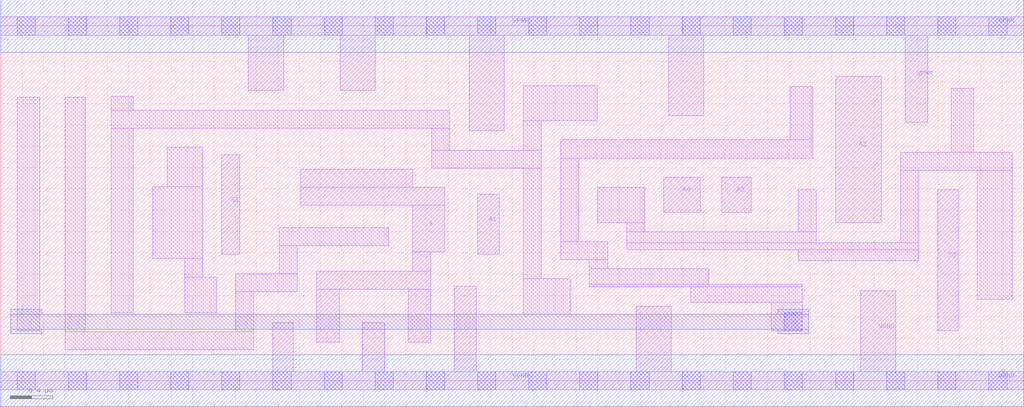
<source format=lef>
# Copyright 2020 The SkyWater PDK Authors
#
# Licensed under the Apache License, Version 2.0 (the "License");
# you may not use this file except in compliance with the License.
# You may obtain a copy of the License at
#
#     https://www.apache.org/licenses/LICENSE-2.0
#
# Unless required by applicable law or agreed to in writing, software
# distributed under the License is distributed on an "AS IS" BASIS,
# WITHOUT WARRANTIES OR CONDITIONS OF ANY KIND, either express or implied.
# See the License for the specific language governing permissions and
# limitations under the License.
#
# SPDX-License-Identifier: Apache-2.0

VERSION 5.7 ;
  NAMESCASESENSITIVE ON ;
  NOWIREEXTENSIONATPIN ON ;
  DIVIDERCHAR "/" ;
  BUSBITCHARS "[]" ;
UNITS
  DATABASE MICRONS 200 ;
END UNITS
MACRO sky130_fd_sc_lp__mux4_4
  CLASS CORE ;
  SOURCE USER ;
  FOREIGN sky130_fd_sc_lp__mux4_4 ;
  ORIGIN  0.000000  0.000000 ;
  SIZE  9.600000 BY  3.330000 ;
  SYMMETRY X Y R90 ;
  SITE unit ;
  PIN A0
    ANTENNAGATEAREA  0.159000 ;
    DIRECTION INPUT ;
    USE SIGNAL ;
    PORT
      LAYER li1 ;
        RECT 6.225000 1.580000 6.565000 1.910000 ;
    END
  END A0
  PIN A1
    ANTENNAGATEAREA  0.159000 ;
    DIRECTION INPUT ;
    USE SIGNAL ;
    PORT
      LAYER li1 ;
        RECT 4.475000 1.185000 4.680000 1.750000 ;
    END
  END A1
  PIN A2
    ANTENNAGATEAREA  0.159000 ;
    DIRECTION INPUT ;
    USE SIGNAL ;
    PORT
      LAYER li1 ;
        RECT 7.835000 1.485000 8.265000 2.860000 ;
    END
  END A2
  PIN A3
    ANTENNAGATEAREA  0.159000 ;
    DIRECTION INPUT ;
    USE SIGNAL ;
    PORT
      LAYER li1 ;
        RECT 6.765000 1.580000 7.045000 1.910000 ;
    END
  END A3
  PIN S0
    ANTENNAGATEAREA  0.477000 ;
    DIRECTION INPUT ;
    USE SIGNAL ;
    PORT
      LAYER li1 ;
        RECT 8.795000 0.470000 8.985000 1.795000 ;
    END
  END S0
  PIN S1
    ANTENNAGATEAREA  0.318000 ;
    DIRECTION INPUT ;
    USE SIGNAL ;
    PORT
      LAYER li1 ;
        RECT 2.075000 1.185000 2.245000 2.120000 ;
    END
  END S1
  PIN X
    ANTENNADIFFAREA  1.176000 ;
    DIRECTION OUTPUT ;
    USE SIGNAL ;
    PORT
      LAYER li1 ;
        RECT 2.815000 1.645000 4.165000 1.815000 ;
        RECT 2.815000 1.815000 3.865000 1.985000 ;
        RECT 2.965000 0.360000 3.175000 0.860000 ;
        RECT 2.965000 0.860000 4.035000 1.030000 ;
        RECT 3.825000 0.360000 4.035000 0.860000 ;
        RECT 3.865000 1.030000 4.035000 1.210000 ;
        RECT 3.865000 1.210000 4.165000 1.645000 ;
    END
  END X
  PIN VGND
    DIRECTION INOUT ;
    USE GROUND ;
    PORT
      LAYER li1 ;
        RECT 0.000000 -0.085000 9.600000 0.085000 ;
        RECT 2.555000  0.085000 2.745000 0.545000 ;
        RECT 3.395000  0.085000 3.605000 0.545000 ;
        RECT 4.255000  0.085000 4.465000 0.885000 ;
        RECT 5.965000  0.085000 6.295000 0.700000 ;
        RECT 8.070000  0.085000 8.400000 0.845000 ;
      LAYER mcon ;
        RECT 0.155000 -0.085000 0.325000 0.085000 ;
        RECT 0.635000 -0.085000 0.805000 0.085000 ;
        RECT 1.115000 -0.085000 1.285000 0.085000 ;
        RECT 1.595000 -0.085000 1.765000 0.085000 ;
        RECT 2.075000 -0.085000 2.245000 0.085000 ;
        RECT 2.555000 -0.085000 2.725000 0.085000 ;
        RECT 3.035000 -0.085000 3.205000 0.085000 ;
        RECT 3.515000 -0.085000 3.685000 0.085000 ;
        RECT 3.995000 -0.085000 4.165000 0.085000 ;
        RECT 4.475000 -0.085000 4.645000 0.085000 ;
        RECT 4.955000 -0.085000 5.125000 0.085000 ;
        RECT 5.435000 -0.085000 5.605000 0.085000 ;
        RECT 5.915000 -0.085000 6.085000 0.085000 ;
        RECT 6.395000 -0.085000 6.565000 0.085000 ;
        RECT 6.875000 -0.085000 7.045000 0.085000 ;
        RECT 7.355000 -0.085000 7.525000 0.085000 ;
        RECT 7.835000 -0.085000 8.005000 0.085000 ;
        RECT 8.315000 -0.085000 8.485000 0.085000 ;
        RECT 8.795000 -0.085000 8.965000 0.085000 ;
        RECT 9.275000 -0.085000 9.445000 0.085000 ;
      LAYER met1 ;
        RECT 0.000000 -0.245000 9.600000 0.245000 ;
    END
  END VGND
  PIN VPWR
    DIRECTION INOUT ;
    USE POWER ;
    PORT
      LAYER li1 ;
        RECT 0.000000 3.245000 9.600000 3.415000 ;
        RECT 2.325000 2.725000 2.655000 3.245000 ;
        RECT 3.185000 2.725000 3.515000 3.245000 ;
        RECT 4.395000 2.345000 4.725000 3.245000 ;
        RECT 6.270000 2.485000 6.600000 3.245000 ;
        RECT 8.490000 2.425000 8.700000 3.245000 ;
      LAYER mcon ;
        RECT 0.155000 3.245000 0.325000 3.415000 ;
        RECT 0.635000 3.245000 0.805000 3.415000 ;
        RECT 1.115000 3.245000 1.285000 3.415000 ;
        RECT 1.595000 3.245000 1.765000 3.415000 ;
        RECT 2.075000 3.245000 2.245000 3.415000 ;
        RECT 2.555000 3.245000 2.725000 3.415000 ;
        RECT 3.035000 3.245000 3.205000 3.415000 ;
        RECT 3.515000 3.245000 3.685000 3.415000 ;
        RECT 3.995000 3.245000 4.165000 3.415000 ;
        RECT 4.475000 3.245000 4.645000 3.415000 ;
        RECT 4.955000 3.245000 5.125000 3.415000 ;
        RECT 5.435000 3.245000 5.605000 3.415000 ;
        RECT 5.915000 3.245000 6.085000 3.415000 ;
        RECT 6.395000 3.245000 6.565000 3.415000 ;
        RECT 6.875000 3.245000 7.045000 3.415000 ;
        RECT 7.355000 3.245000 7.525000 3.415000 ;
        RECT 7.835000 3.245000 8.005000 3.415000 ;
        RECT 8.315000 3.245000 8.485000 3.415000 ;
        RECT 8.795000 3.245000 8.965000 3.415000 ;
        RECT 9.275000 3.245000 9.445000 3.415000 ;
      LAYER met1 ;
        RECT 0.000000 3.085000 9.600000 3.575000 ;
    END
  END VPWR
  OBS
    LAYER li1 ;
      RECT 0.155000 0.470000 0.365000 2.660000 ;
      RECT 0.605000 0.290000 2.375000 0.460000 ;
      RECT 0.605000 0.460000 0.795000 2.660000 ;
      RECT 1.035000 0.640000 1.245000 2.370000 ;
      RECT 1.035000 2.370000 4.215000 2.540000 ;
      RECT 1.035000 2.540000 1.245000 2.670000 ;
      RECT 1.425000 1.150000 1.895000 1.820000 ;
      RECT 1.565000 1.820000 1.895000 2.190000 ;
      RECT 1.725000 0.640000 2.025000 0.970000 ;
      RECT 1.725000 0.970000 1.895000 1.150000 ;
      RECT 2.205000 0.460000 2.375000 0.835000 ;
      RECT 2.205000 0.835000 2.785000 1.005000 ;
      RECT 2.615000 1.005000 2.785000 1.265000 ;
      RECT 2.615000 1.265000 3.640000 1.435000 ;
      RECT 4.045000 1.995000 5.075000 2.165000 ;
      RECT 4.045000 2.165000 4.215000 2.370000 ;
      RECT 4.905000 0.625000 5.345000 0.955000 ;
      RECT 4.905000 0.955000 5.075000 1.995000 ;
      RECT 4.905000 2.165000 5.075000 2.440000 ;
      RECT 4.905000 2.440000 5.600000 2.770000 ;
      RECT 5.255000 1.135000 5.695000 1.305000 ;
      RECT 5.255000 1.305000 5.425000 2.090000 ;
      RECT 5.255000 2.090000 7.620000 2.260000 ;
      RECT 5.525000 0.880000 7.525000 0.905000 ;
      RECT 5.525000 0.905000 6.645000 1.050000 ;
      RECT 5.525000 1.050000 5.695000 1.135000 ;
      RECT 5.605000 1.485000 6.045000 1.815000 ;
      RECT 5.875000 1.230000 8.615000 1.295000 ;
      RECT 5.875000 1.295000 7.655000 1.400000 ;
      RECT 5.875000 1.400000 6.045000 1.485000 ;
      RECT 6.475000 0.735000 7.525000 0.880000 ;
      RECT 7.230000 0.470000 7.525000 0.735000 ;
      RECT 7.410000 2.260000 7.620000 2.760000 ;
      RECT 7.485000 1.125000 8.615000 1.230000 ;
      RECT 7.485000 1.400000 7.655000 1.795000 ;
      RECT 8.445000 1.295000 8.615000 1.975000 ;
      RECT 8.445000 1.975000 9.495000 2.145000 ;
      RECT 8.920000 2.145000 9.130000 2.745000 ;
      RECT 9.165000 0.765000 9.495000 1.975000 ;
    LAYER mcon ;
      RECT 7.355000 0.470000 7.525000 0.640000 ;
    LAYER met1 ;
      RECT 0.095000 0.440000 0.385000 0.485000 ;
      RECT 0.095000 0.485000 7.585000 0.625000 ;
      RECT 0.095000 0.625000 0.385000 0.670000 ;
      RECT 7.295000 0.440000 7.585000 0.485000 ;
      RECT 7.295000 0.625000 7.585000 0.670000 ;
  END
END sky130_fd_sc_lp__mux4_4

</source>
